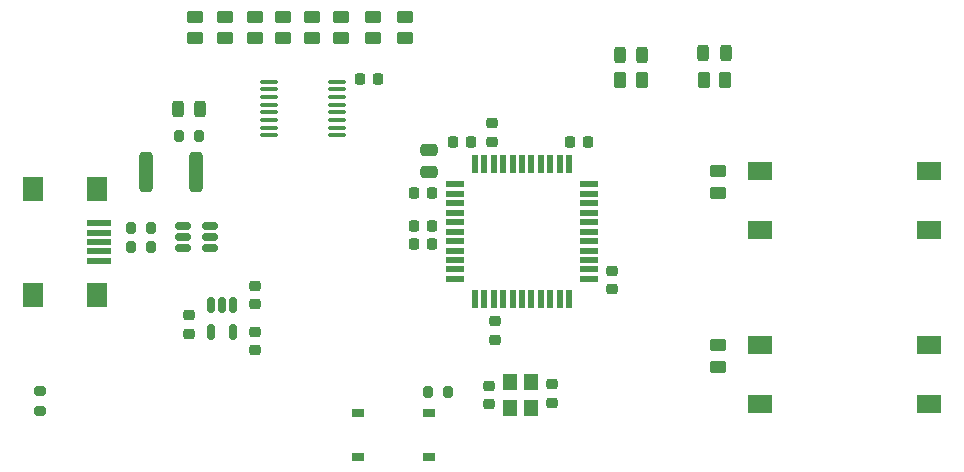
<source format=gbr>
%TF.GenerationSoftware,KiCad,Pcbnew,7.0.1*%
%TF.CreationDate,2023-04-05T02:41:21-06:00*%
%TF.ProjectId,Phase_B_ATMEGA,50686173-655f-4425-9f41-544d4547412e,rev?*%
%TF.SameCoordinates,Original*%
%TF.FileFunction,Paste,Top*%
%TF.FilePolarity,Positive*%
%FSLAX46Y46*%
G04 Gerber Fmt 4.6, Leading zero omitted, Abs format (unit mm)*
G04 Created by KiCad (PCBNEW 7.0.1) date 2023-04-05 02:41:21*
%MOMM*%
%LPD*%
G01*
G04 APERTURE LIST*
G04 Aperture macros list*
%AMRoundRect*
0 Rectangle with rounded corners*
0 $1 Rounding radius*
0 $2 $3 $4 $5 $6 $7 $8 $9 X,Y pos of 4 corners*
0 Add a 4 corners polygon primitive as box body*
4,1,4,$2,$3,$4,$5,$6,$7,$8,$9,$2,$3,0*
0 Add four circle primitives for the rounded corners*
1,1,$1+$1,$2,$3*
1,1,$1+$1,$4,$5*
1,1,$1+$1,$6,$7*
1,1,$1+$1,$8,$9*
0 Add four rect primitives between the rounded corners*
20,1,$1+$1,$2,$3,$4,$5,0*
20,1,$1+$1,$4,$5,$6,$7,0*
20,1,$1+$1,$6,$7,$8,$9,0*
20,1,$1+$1,$8,$9,$2,$3,0*%
G04 Aperture macros list end*
%ADD10RoundRect,0.225000X-0.250000X0.225000X-0.250000X-0.225000X0.250000X-0.225000X0.250000X0.225000X0*%
%ADD11RoundRect,0.225000X0.250000X-0.225000X0.250000X0.225000X-0.250000X0.225000X-0.250000X-0.225000X0*%
%ADD12R,1.200000X1.400000*%
%ADD13RoundRect,0.225000X0.225000X0.250000X-0.225000X0.250000X-0.225000X-0.250000X0.225000X-0.250000X0*%
%ADD14RoundRect,0.250000X0.450000X-0.262500X0.450000X0.262500X-0.450000X0.262500X-0.450000X-0.262500X0*%
%ADD15RoundRect,0.200000X-0.275000X0.200000X-0.275000X-0.200000X0.275000X-0.200000X0.275000X0.200000X0*%
%ADD16R,1.000000X0.700000*%
%ADD17R,2.000000X0.500000*%
%ADD18R,1.700000X2.000000*%
%ADD19RoundRect,0.200000X0.200000X0.275000X-0.200000X0.275000X-0.200000X-0.275000X0.200000X-0.275000X0*%
%ADD20RoundRect,0.150000X-0.512500X-0.150000X0.512500X-0.150000X0.512500X0.150000X-0.512500X0.150000X0*%
%ADD21RoundRect,0.225000X-0.225000X-0.250000X0.225000X-0.250000X0.225000X0.250000X-0.225000X0.250000X0*%
%ADD22RoundRect,0.243750X-0.243750X-0.456250X0.243750X-0.456250X0.243750X0.456250X-0.243750X0.456250X0*%
%ADD23RoundRect,0.243750X0.243750X0.456250X-0.243750X0.456250X-0.243750X-0.456250X0.243750X-0.456250X0*%
%ADD24R,1.500000X0.550000*%
%ADD25R,0.550000X1.500000*%
%ADD26RoundRect,0.200000X-0.200000X-0.275000X0.200000X-0.275000X0.200000X0.275000X-0.200000X0.275000X0*%
%ADD27RoundRect,0.150000X-0.150000X0.512500X-0.150000X-0.512500X0.150000X-0.512500X0.150000X0.512500X0*%
%ADD28RoundRect,0.100000X-0.637500X-0.100000X0.637500X-0.100000X0.637500X0.100000X-0.637500X0.100000X0*%
%ADD29R,2.000000X1.500000*%
%ADD30RoundRect,0.250000X-0.450000X0.262500X-0.450000X-0.262500X0.450000X-0.262500X0.450000X0.262500X0*%
%ADD31RoundRect,0.250000X-0.312500X-1.450000X0.312500X-1.450000X0.312500X1.450000X-0.312500X1.450000X0*%
%ADD32RoundRect,0.250000X-0.262500X-0.450000X0.262500X-0.450000X0.262500X0.450000X-0.262500X0.450000X0*%
%ADD33RoundRect,0.250000X0.475000X-0.250000X0.475000X0.250000X-0.475000X0.250000X-0.475000X-0.250000X0*%
G04 APERTURE END LIST*
D10*
%TO.C,C2*%
X127254000Y-102857000D03*
X127254000Y-104407000D03*
%TD*%
D11*
%TO.C,C12*%
X122174000Y-82309000D03*
X122174000Y-80759000D03*
%TD*%
D12*
%TO.C,Y1*%
X125437000Y-104859000D03*
X125437000Y-102659000D03*
X123737000Y-102659000D03*
X123737000Y-104859000D03*
%TD*%
D13*
%TO.C,C10*%
X117094000Y-90932000D03*
X115544000Y-90932000D03*
%TD*%
D14*
%TO.C,R8*%
X102108000Y-73556500D03*
X102108000Y-71731500D03*
%TD*%
D15*
%TO.C,R17*%
X83947000Y-103442000D03*
X83947000Y-105092000D03*
%TD*%
D16*
%TO.C,S3*%
X116840000Y-108966000D03*
X110840000Y-108966000D03*
X116840000Y-105266000D03*
X110840000Y-105266000D03*
%TD*%
D13*
%TO.C,C6*%
X117107000Y-86614000D03*
X115557000Y-86614000D03*
%TD*%
D17*
%TO.C,J2*%
X88862000Y-89200000D03*
X88862000Y-90000000D03*
X88862000Y-90800000D03*
X88862000Y-91600000D03*
X88862000Y-92400000D03*
D18*
X88762000Y-86350000D03*
X83312000Y-86350000D03*
X88762000Y-95250000D03*
X83312000Y-95250000D03*
%TD*%
D10*
%TO.C,C7*%
X122428000Y-97523000D03*
X122428000Y-99073000D03*
%TD*%
D19*
%TO.C,R13*%
X118427000Y-103505000D03*
X116777000Y-103505000D03*
%TD*%
D20*
%TO.C,U4*%
X96028115Y-89421688D03*
X96028115Y-90371688D03*
X96028115Y-91321688D03*
X98303115Y-91321688D03*
X98303115Y-90371688D03*
X98303115Y-89421688D03*
%TD*%
D11*
%TO.C,C15*%
X96520000Y-98552000D03*
X96520000Y-97002000D03*
%TD*%
D14*
%TO.C,R7*%
X106934000Y-73556500D03*
X106934000Y-71731500D03*
%TD*%
D21*
%TO.C,C1*%
X110985000Y-76962000D03*
X112535000Y-76962000D03*
%TD*%
D14*
%TO.C,R6*%
X104521000Y-73556500D03*
X104521000Y-71731500D03*
%TD*%
%TO.C,R9*%
X99568000Y-73556500D03*
X99568000Y-71731500D03*
%TD*%
D22*
%TO.C,D1*%
X133024000Y-74930000D03*
X134899000Y-74930000D03*
%TD*%
D23*
%TO.C,D3*%
X97457500Y-79502000D03*
X95582500Y-79502000D03*
%TD*%
D24*
%TO.C,U3*%
X119014000Y-85916000D03*
X119014000Y-86716000D03*
X119014000Y-87516000D03*
X119014000Y-88316000D03*
X119014000Y-89116000D03*
X119014000Y-89916000D03*
X119014000Y-90716000D03*
X119014000Y-91516000D03*
X119014000Y-92316000D03*
X119014000Y-93116000D03*
X119014000Y-93916000D03*
D25*
X120714000Y-95616000D03*
X121514000Y-95616000D03*
X122314000Y-95616000D03*
X123114000Y-95616000D03*
X123914000Y-95616000D03*
X124714000Y-95616000D03*
X125514000Y-95616000D03*
X126314000Y-95616000D03*
X127114000Y-95616000D03*
X127914000Y-95616000D03*
X128714000Y-95616000D03*
D24*
X130414000Y-93916000D03*
X130414000Y-93116000D03*
X130414000Y-92316000D03*
X130414000Y-91516000D03*
X130414000Y-90716000D03*
X130414000Y-89916000D03*
X130414000Y-89116000D03*
X130414000Y-88316000D03*
X130414000Y-87516000D03*
X130414000Y-86716000D03*
X130414000Y-85916000D03*
D25*
X128714000Y-84216000D03*
X127914000Y-84216000D03*
X127114000Y-84216000D03*
X126314000Y-84216000D03*
X125514000Y-84216000D03*
X124714000Y-84216000D03*
X123914000Y-84216000D03*
X123114000Y-84216000D03*
X122314000Y-84216000D03*
X121514000Y-84216000D03*
X120714000Y-84216000D03*
%TD*%
D13*
%TO.C,C11*%
X120409000Y-82296000D03*
X118859000Y-82296000D03*
%TD*%
D26*
%TO.C,R15*%
X91631911Y-89635905D03*
X93281911Y-89635905D03*
%TD*%
D27*
%TO.C,U5*%
X100264000Y-96144500D03*
X99314000Y-96144500D03*
X98364000Y-96144500D03*
X98364000Y-98419500D03*
X100264000Y-98419500D03*
%TD*%
D26*
%TO.C,R14*%
X91631000Y-91186000D03*
X93281000Y-91186000D03*
%TD*%
D10*
%TO.C,C5*%
X132321000Y-93218000D03*
X132321000Y-94768000D03*
%TD*%
%TO.C,C3*%
X121920000Y-102984000D03*
X121920000Y-104534000D03*
%TD*%
%TO.C,C14*%
X102108000Y-98399000D03*
X102108000Y-99949000D03*
%TD*%
D14*
%TO.C,R5*%
X114808000Y-73556500D03*
X114808000Y-71731500D03*
%TD*%
D19*
%TO.C,R16*%
X97345000Y-81788000D03*
X95695000Y-81788000D03*
%TD*%
D28*
%TO.C,U2*%
X103309500Y-77227000D03*
X103309500Y-77877000D03*
X103309500Y-78527000D03*
X103309500Y-79177000D03*
X103309500Y-79827000D03*
X103309500Y-80477000D03*
X103309500Y-81127000D03*
X103309500Y-81777000D03*
X109034500Y-81777000D03*
X109034500Y-81127000D03*
X109034500Y-80477000D03*
X109034500Y-79827000D03*
X109034500Y-79177000D03*
X109034500Y-78527000D03*
X109034500Y-77877000D03*
X109034500Y-77227000D03*
%TD*%
D29*
%TO.C,S1*%
X159169000Y-89749000D03*
X144869000Y-89749000D03*
X159169000Y-84749000D03*
X144869000Y-84749000D03*
%TD*%
D30*
%TO.C,R1*%
X141351000Y-84812500D03*
X141351000Y-86637500D03*
%TD*%
D11*
%TO.C,C13*%
X102108000Y-96038000D03*
X102108000Y-94488000D03*
%TD*%
D14*
%TO.C,R12*%
X112141000Y-73556500D03*
X112141000Y-71731500D03*
%TD*%
D31*
%TO.C,F1*%
X92858500Y-84836000D03*
X97133500Y-84836000D03*
%TD*%
D21*
%TO.C,C4*%
X128778000Y-82296000D03*
X130328000Y-82296000D03*
%TD*%
D32*
%TO.C,R3*%
X133049000Y-77089000D03*
X134874000Y-77089000D03*
%TD*%
D13*
%TO.C,C9*%
X117094000Y-89408000D03*
X115544000Y-89408000D03*
%TD*%
D14*
%TO.C,R10*%
X97028000Y-73556500D03*
X97028000Y-71731500D03*
%TD*%
D30*
%TO.C,R2*%
X141351000Y-99544500D03*
X141351000Y-101369500D03*
%TD*%
D33*
%TO.C,C8*%
X116840000Y-84897000D03*
X116840000Y-82997000D03*
%TD*%
D29*
%TO.C,S2*%
X159169000Y-104481000D03*
X144869000Y-104481000D03*
X159169000Y-99481000D03*
X144869000Y-99481000D03*
%TD*%
D32*
%TO.C,R4*%
X140106000Y-77089000D03*
X141931000Y-77089000D03*
%TD*%
D14*
%TO.C,R11*%
X109368612Y-73559151D03*
X109368612Y-71734151D03*
%TD*%
D22*
%TO.C,D2*%
X140081000Y-74803000D03*
X141956000Y-74803000D03*
%TD*%
M02*

</source>
